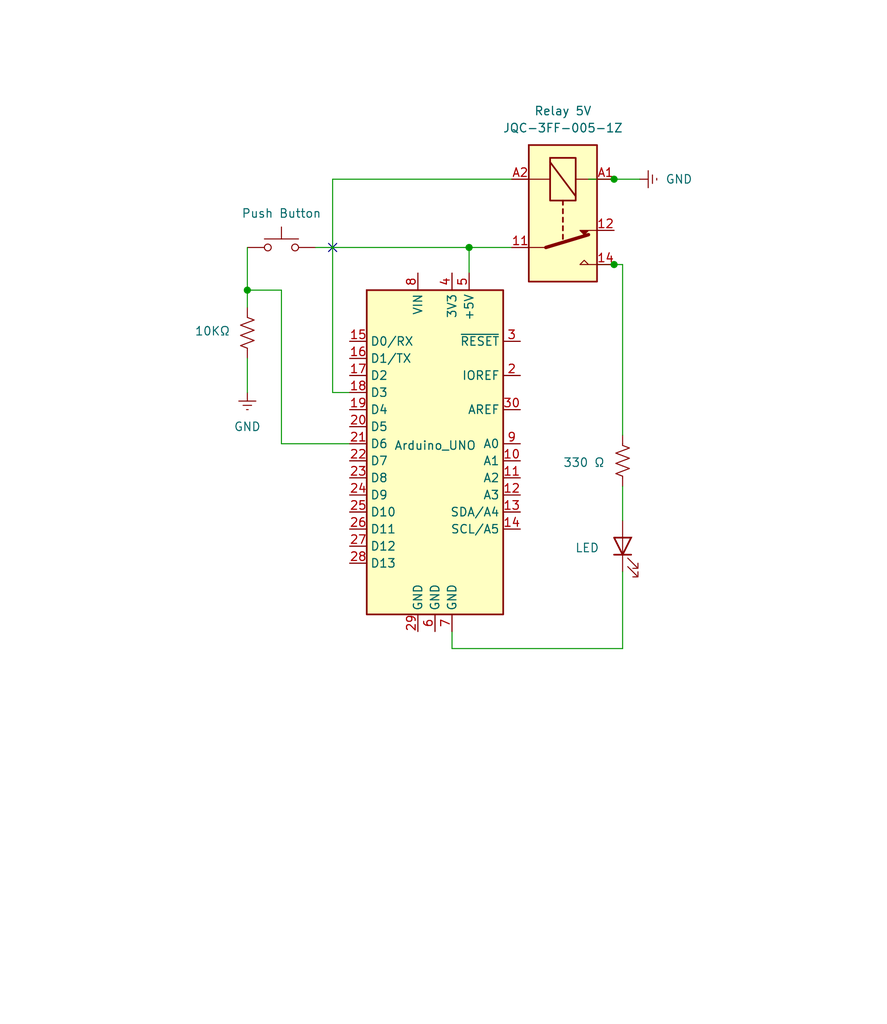
<source format=kicad_sch>
(kicad_sch (version 20250114) (generator "eeschema") (generator_version "9.0")
  (paper "User" 132.08 152.4)
  (title_block (title "Relé controlado por botão") (date "23/12/2025") (comment 2 "a um relé via arduino para fazer um led piscar 3 vezes até esperar outro clique.") (comment 3 "O esquema faz parte de um projeto onde o objetivo é ligar um botão"))
  (lib_symbols
    (symbol "Device:LED" (pin_numbers (hide yes)) (pin_names (offset 1.016) (hide yes))
      (property "Reference" "D" (at 0 2.54 0))
      (property "Value" "LED" (at 0 -2.54 0))
      (symbol "LED_0_1"
        (polyline (pts (xy -3.048 -0.762) (xy -4.572 -2.286) (xy -3.81 -2.286) (xy -4.572 -2.286) (xy -4.572 -1.524)))
        (polyline (pts (xy -1.778 -0.762) (xy -3.302 -2.286) (xy -2.54 -2.286) (xy -3.302 -2.286) (xy -3.302 -1.524)))
        (polyline (pts (xy -1.27 0) (xy 1.27 0)))
        (polyline (pts (xy -1.27 -1.27) (xy -1.27 1.27)) (stroke (width 0.254)))
        (polyline (pts (xy 1.27 -1.27) (xy 1.27 1.27) (xy -1.27 0) (xy 1.27 -1.27)) (stroke (width 0.254)))
      )
      (symbol "LED_1_1"
        (pin passive line (at -3.81 0 0) (length 2.54) (name "K") (number "1"))
        (pin passive line (at 3.81 0 180) (length 2.54) (name "A") (number "2"))
      )
    )
    (symbol "Device:R_US" (pin_numbers (hide yes)) (pin_names (offset 0))
      (property "Reference" "R" (at 2.54 0 90))
      (property "Value" "R_US" (at -2.54 0 90))
      (symbol "R_US_0_1"
        (polyline (pts (xy 0 2.286) (xy 0 2.54)))
        (polyline (pts (xy 0 2.286) (xy 1.016 1.905) (xy 0 1.524) (xy -1.016 1.143) (xy 0 0.762)))
        (polyline (pts (xy 0 0.762) (xy 1.016 0.381) (xy 0 0) (xy -1.016 -0.381) (xy 0 -0.762)))
        (polyline (pts (xy 0 -0.762) (xy 1.016 -1.143) (xy 0 -1.524) (xy -1.016 -1.905) (xy 0 -2.286)))
        (polyline (pts (xy 0 -2.286) (xy 0 -2.54)))
      )
      (symbol "R_US_1_1"
        (pin passive line (at 0 3.81 270) (length 1.27) (name "~") (number "1"))
        (pin passive line (at 0 -3.81 90) (length 1.27) (name "~") (number "2"))
      )
    )
    (symbol "MCU_Module:Arduino_UNO_R2"
      (property "Reference" "A" (at -10.16 23.495 0))
      (property "Value" "Arduino_UNO_R2" (at 5.08 -26.67 0))
      (symbol "Arduino_UNO_R2_0_1"
        (rectangle (start -10.16 22.86) (end 10.16 -25.4) (stroke (width 0.254)) (fill (type background)))
      )
      (symbol "Arduino_UNO_R2_1_1"
        (pin bidirectional line (at -12.7 15.24 0) (length 2.54) (name "D0/RX") (number "15"))
        (pin bidirectional line (at -12.7 12.7 0) (length 2.54) (name "D1/TX") (number "16"))
        (pin bidirectional line (at -12.7 10.16 0) (length 2.54) (name "D2") (number "17"))
        (pin bidirectional line (at -12.7 7.62 0) (length 2.54) (name "D3") (number "18"))
        (pin bidirectional line (at -12.7 5.08 0) (length 2.54) (name "D4") (number "19"))
        (pin bidirectional line (at -12.7 2.54 0) (length 2.54) (name "D5") (number "20"))
        (pin bidirectional line (at -12.7 0 0) (length 2.54) (name "D6") (number "21"))
        (pin bidirectional line (at -12.7 -2.54 0) (length 2.54) (name "D7") (number "22"))
        (pin bidirectional line (at -12.7 -5.08 0) (length 2.54) (name "D8") (number "23"))
        (pin bidirectional line (at -12.7 -7.62 0) (length 2.54) (name "D9") (number "24"))
        (pin bidirectional line (at -12.7 -10.16 0) (length 2.54) (name "D10") (number "25"))
        (pin bidirectional line (at -12.7 -12.7 0) (length 2.54) (name "D11") (number "26"))
        (pin bidirectional line (at -12.7 -15.24 0) (length 2.54) (name "D12") (number "27"))
        (pin bidirectional line (at -12.7 -17.78 0) (length 2.54) (name "D13") (number "28"))
        (pin no_connect line (at -10.16 -20.32 0) (length 2.54) (hide yes) (name "NC") (number "1"))
        (pin power_in line (at -2.54 25.4 270) (length 2.54) (name "VIN") (number "8"))
        (pin power_in line (at -2.54 -27.94 90) (length 2.54) (name "GND") (number "29"))
        (pin power_in line (at 0 -27.94 90) (length 2.54) (name "GND") (number "6"))
        (pin power_out line (at 2.54 25.4 270) (length 2.54) (name "3V3") (number "4"))
        (pin power_in line (at 2.54 -27.94 90) (length 2.54) (name "GND") (number "7"))
        (pin power_out line (at 5.08 25.4 270) (length 2.54) (name "+5V") (number "5"))
        (pin input line (at 12.7 15.24 180) (length 2.54) (name "~{RESET}") (number "3"))
        (pin output line (at 12.7 10.16 180) (length 2.54) (name "IOREF") (number "2"))
        (pin input line (at 12.7 5.08 180) (length 2.54) (name "AREF") (number "30"))
        (pin bidirectional line (at 12.7 0 180) (length 2.54) (name "A0") (number "9"))
        (pin bidirectional line (at 12.7 -2.54 180) (length 2.54) (name "A1") (number "10"))
        (pin bidirectional line (at 12.7 -5.08 180) (length 2.54) (name "A2") (number "11"))
        (pin bidirectional line (at 12.7 -7.62 180) (length 2.54) (name "A3") (number "12"))
        (pin bidirectional line (at 12.7 -10.16 180) (length 2.54) (name "SDA/A4") (number "13"))
        (pin bidirectional line (at 12.7 -12.7 180) (length 2.54) (name "SCL/A5") (number "14"))
      )
    )
    (symbol "Relay:JQC-3FF-005-1Z"
      (property "Reference" "K" (at 11.43 3.81 0))
      (property "Value" "JQC-3FF-005-1Z" (at 11.43 1.27 0))
      (symbol "JQC-3FF-005-1Z_0_0"
        (polyline (pts (xy 7.62 5.08) (xy 7.62 2.54) (xy 6.985 3.175) (xy 7.62 3.81)))
      )
      (symbol "JQC-3FF-005-1Z_0_1"
        (rectangle (start -10.16 5.08) (end 10.16 -5.08) (stroke (width 0.254)) (fill (type background)))
        (rectangle (start -8.255 1.905) (end -1.905 -1.905) (stroke (width 0.254)))
        (polyline (pts (xy -7.62 -1.905) (xy -2.54 1.905)) (stroke (width 0.254)))
        (polyline (pts (xy -5.08 5.08) (xy -5.08 1.905)))
        (polyline (pts (xy -5.08 -5.08) (xy -5.08 -1.905)))
        (polyline (pts (xy -1.905 0) (xy -1.27 0)) (stroke (width 0.254)))
        (polyline (pts (xy -0.635 0) (xy 0 0)) (stroke (width 0.254)))
        (polyline (pts (xy 0.635 0) (xy 1.27 0)) (stroke (width 0.254)))
        (polyline (pts (xy 1.905 0) (xy 2.54 0)) (stroke (width 0.254)))
        (polyline (pts (xy 2.54 5.08) (xy 2.54 2.54) (xy 3.175 3.175) (xy 2.54 3.81)) (fill (type outline)))
        (polyline (pts (xy 3.175 0) (xy 3.81 0)) (stroke (width 0.254)))
        (polyline (pts (xy 5.08 -2.54) (xy 3.175 3.81)) (stroke (width 0.508)))
        (polyline (pts (xy 5.08 -2.54) (xy 5.08 -5.08)))
      )
      (symbol "JQC-3FF-005-1Z_1_1"
        (pin passive line (at -5.08 7.62 270) (length 2.54) (name "~") (number "A1"))
        (pin passive line (at -5.08 -7.62 90) (length 2.54) (name "~") (number "A2"))
        (pin passive line (at 2.54 7.62 270) (length 2.54) (name "~") (number "12"))
        (pin passive line (at 5.08 -7.62 90) (length 2.54) (name "~") (number "11"))
        (pin passive line (at 7.62 7.62 270) (length 2.54) (name "~") (number "14"))
      )
    )
    (symbol "Switch:SW_Omron_B3FS" (pin_numbers (hide yes)) (pin_names (offset 1.016) (hide yes))
      (property "Reference" "SW" (at 1.27 2.54 0))
      (property "Value" "SW_Omron_B3FS" (at 0 -1.524 0))
      (symbol "SW_Omron_B3FS_0_1"
        (circle (center -2.032 0) (radius 0.508))
        (polyline (pts (xy 0 1.27) (xy 0 3.048)))
        (circle (center 2.032 0) (radius 0.508))
        (polyline (pts (xy 2.54 1.27) (xy -2.54 1.27)))
        (pin passive line (at -5.08 0 0) (length 2.54) (name "1") (number "1"))
        (pin passive line (at 5.08 0 180) (length 2.54) (name "2") (number "2"))
      )
    )
    (symbol "power:Earth" (power) (pin_numbers (hide yes)) (pin_names (offset 0) (hide yes))
      (property "Value" "Earth" (at 0 -3.81 0))
      (symbol "Earth_0_1"
        (polyline (pts (xy -0.635 -1.905) (xy 0.635 -1.905)))
        (polyline (pts (xy -0.127 -2.54) (xy 0.127 -2.54)))
        (polyline (pts (xy 0 -1.27) (xy 0 0)))
        (polyline (pts (xy 1.27 -1.27) (xy -1.27 -1.27)))
      )
      (symbol "Earth_1_1"
        (pin power_in line (at 0 0 270) (length 0) (name "~") (number "1"))
      )
    )
  )
  (junction (at 91.44 26.67))
  (junction (at 49.53 36.83) (diameter 0.127))
  (junction (at 36.83 43.18))
  (junction (at 69.85 36.83))
  (junction (at 91.44 39.37))
  (no_connect (at 49.53 36.83))
  (wire (pts (xy 46.99 36.83) (xy 49.53 36.83)))
  (wire (pts (xy 52.07 58.42) (xy 49.53 58.42)))
  (wire (pts (xy 36.83 36.83) (xy 36.83 43.18)))
  (wire (pts (xy 91.44 39.37) (xy 92.71 39.37)))
  (wire (pts (xy 41.91 66.04) (xy 52.07 66.04)))
  (wire (pts (xy 49.53 58.42) (xy 49.53 36.83)))
  (wire (pts (xy 41.91 43.18) (xy 41.91 66.04)))
  (wire (pts (xy 69.85 36.83) (xy 76.2 36.83)))
  (wire (pts (xy 91.44 26.67) (xy 95.25 26.67)))
  (wire (pts (xy 36.83 53.34) (xy 36.83 58.42)))
  (wire (pts (xy 36.83 43.18) (xy 36.83 45.72)))
  (wire (pts (xy 88.9 39.37) (xy 91.44 39.37)))
  (wire (pts (xy 36.83 43.18) (xy 41.91 43.18)))
  (wire (pts (xy 49.53 36.83) (xy 69.85 36.83)))
  (wire (pts (xy 49.53 26.67) (xy 76.2 26.67)))
  (wire (pts (xy 92.71 39.37) (xy 92.71 64.77)))
  (wire (pts (xy 67.31 96.52) (xy 67.31 93.98)))
  (wire (pts (xy 69.85 36.83) (xy 69.85 40.64)))
  (wire (pts (xy 49.53 36.83) (xy 49.53 26.67)))
  (wire (pts (xy 67.31 96.52) (xy 92.71 96.52)))
  (wire (pts (xy 87.63 26.67) (xy 91.44 26.67)))
  (wire (pts (xy 92.71 85.09) (xy 92.71 96.52)))
  (wire (pts (xy 92.71 72.39) (xy 92.71 77.47)))
  (symbol (lib_id "Relay:JQC-3FF-005-1Z") (at 83.82 31.75 270) (unit 1)
    (property "Reference" "Relay 5V" (at 83.82 16.51 90))
    (property "Value" "JQC-3FF-005-1Z" (at 83.82 19.05 90))
    (property "Footprint" "Relay_THT:Relay_SPDT_Hongfa_JQC-3FF_0XX-1Z" (effects (hide yes)))
    (property "Datasheet" "https://www.digikey.com/htmldatasheets/production/2071105/0/0/1/JQC-3FF.pdf" (effects (hide yes)))
    (property "Description" "Subminiature High Power SPDT Relay, 5V Coil nom. 0.36W, 10A switching current, max 10A@277VAC/28VDC" (effects (hide yes)))
  )
  (symbol (lib_id "power:Earth") (at 95.25 26.67 90) (unit 1)
    (property "Reference" "#PWR02" (effects (hide yes)))
    (property "Value" "GND" (at 99.06 26.6699 90) (effects (justify right)))
    (property "Description" "Power symbol creates a global label with name \"Earth\"" (effects (hide yes)))
  )
  (symbol (lib_id "Device:R_US") (at 92.71 68.58 180) (unit 1)
    (property "Value" "330 Ω" (at 83.82 68.834 0) (effects (justify right)))
    (property "Description" "Resistor, US symbol" (effects (hide yes)))
  )
  (symbol (lib_id "Device:LED") (at 92.71 81.28 90) (unit 1)
    (property "Reference" "D1" (effects (hide yes)))
    (property "Value" "LED" (at 85.598 81.534 90) (effects (justify right)))
    (property "Description" "Light emitting diode" (effects (hide yes)))
    (property "Sim.Pins" "1=K 2=A" (effects (hide yes)))
  )
  (symbol (lib_id "MCU_Module:Arduino_UNO_R2") (at 64.77 66.04 0) (unit 1)
    (property "Reference" "A1" (effects (hide yes)))
    (property "Value" "Arduino_UNO" (at 58.674 66.294 0) (effects (justify left)))
    (property "Footprint" "Module:Arduino_UNO_R2" (effects (hide yes)))
    (property "Datasheet" "https://www.arduino.cc/en/Main/arduinoBoardUno" (effects (hide yes)))
    (property "Description" "Arduino UNO Microcontroller Module, release 2" (effects (hide yes)))
  )
  (symbol (lib_id "Device:R_US") (at 36.83 49.53 0) (unit 1)
    (property "Reference" "R2" (effects (hide yes)))
    (property "Value" "10KΩ" (at 28.956 49.276 0) (effects (justify left)))
    (property "Description" "Resistor, US symbol" (effects (hide yes)))
  )
  (symbol (lib_id "power:Earth") (at 36.83 58.42 0) (unit 1)
    (property "Reference" "#PWR01" (effects (hide yes)))
    (property "Value" "GND" (at 36.83 63.5 0))
    (property "Description" "Power symbol creates a global label with name \"Earth\"" (effects (hide yes)))
  )
  (symbol (lib_id "Switch:SW_Omron_B3FS") (at 41.91 36.83 0) (unit 1)
    (property "Reference" "SW1" (effects (hide yes)))
    (property "Value" "Push Button" (at 41.91 31.75 0))
    (property "Datasheet" "https://omronfs.omron.com/en_US/ecb/products/pdf/en-b3fs.pdf" (effects (hide yes)))
    (property "Description" "Omron B3FS 6x6mm single pole normally-open tactile switch" (effects (hide yes)))
  )
)
</source>
